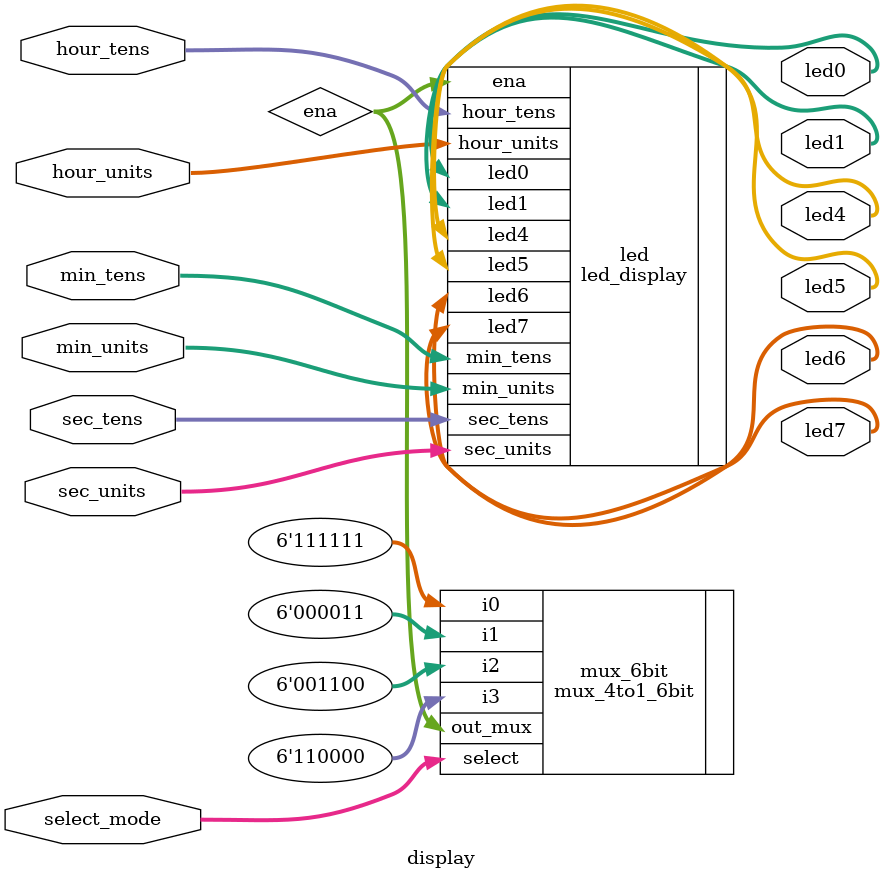
<source format=v>
module display (
    input  [3:0] hour_tens, hour_units,
    input  [3:0] min_tens,  min_units,
    input  [3:0] sec_tens,  sec_units,
    input  [1:0] select_mode,
    output [6:0] led7, led6, led5, led4, led1, led0
);
    wire [5:0] ena;

    mux_4to1_6bit mux_6bit (.i0(6'b11_11_11), .i1(6'b00_00_11), .i2(6'b00_11_00), .i3(6'b11_00_00), .select(select_mode), .out_mux(ena));
    led_display led (.hour_tens(hour_tens), .hour_units(hour_units), .min_tens(min_tens), .min_units(min_units), .sec_tens(sec_tens), .sec_units(sec_units), .ena(ena), .led7(led7), .led6(led6), .led5(led5), .led4(led4), .led1(led1), .led0(led0));

endmodule
</source>
